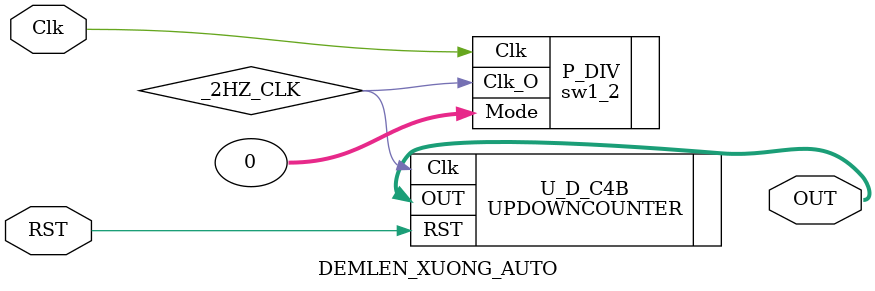
<source format=v>
`timescale 1ns / 1ps
`include "sw1_2.v"
`include "UPDOWNCOUNTER.v"
module DEMLEN_XUONG_AUTO(
	input Clk, 
	input RST,
	output [3:0] OUT);
	wire _2HZ_CLK;
	sw1_2 P_DIV(.Clk(Clk), .Mode(0), .Clk_O(_2HZ_CLK));
	UPDOWNCOUNTER U_D_C4B(.Clk(_2HZ_CLK), .RST(RST), .OUT(OUT));
endmodule
</source>
